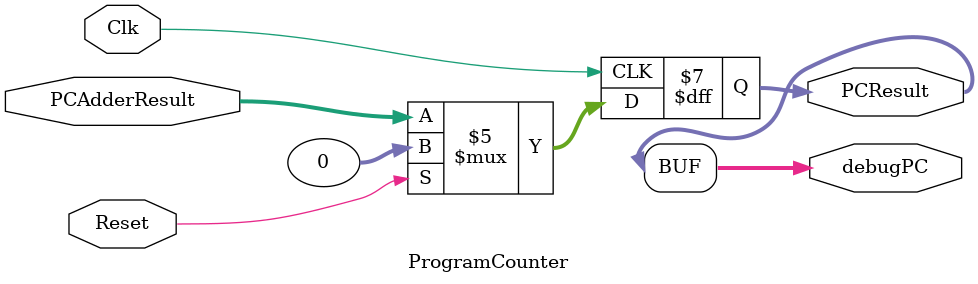
<source format=v>
`timescale 1ns / 1ps

module ProgramCounter(
	output reg [31:0] PCResult,
	output [31:0] debugPC,
	input [31:0] PCAdderResult,
	input Reset,
	input Clk
);
  
    /* Please fill in the implementation here... */
    initial begin
        PCResult <= 0;
    end
    always @(posedge Clk) begin
        if (Reset == 1) begin
            PCResult <= 0;
        end
        else begin
             PCResult <= PCAdderResult;
        end
    end
    assign debugPC = PCResult;
endmodule
</source>
